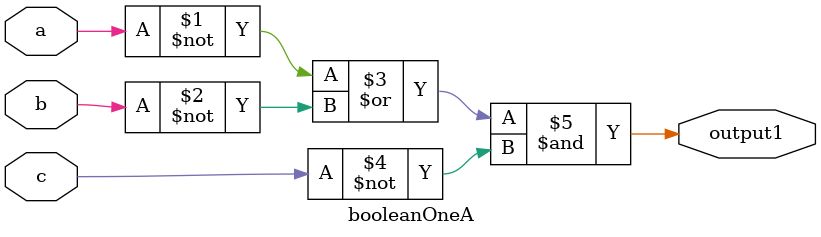
<source format=v>
`timescale 1ns / 1ps

module booleanOneA(
    input a, b, c,
    output output1
    );
    
    assign output1 = (~a|~b)&~c;
endmodule
</source>
